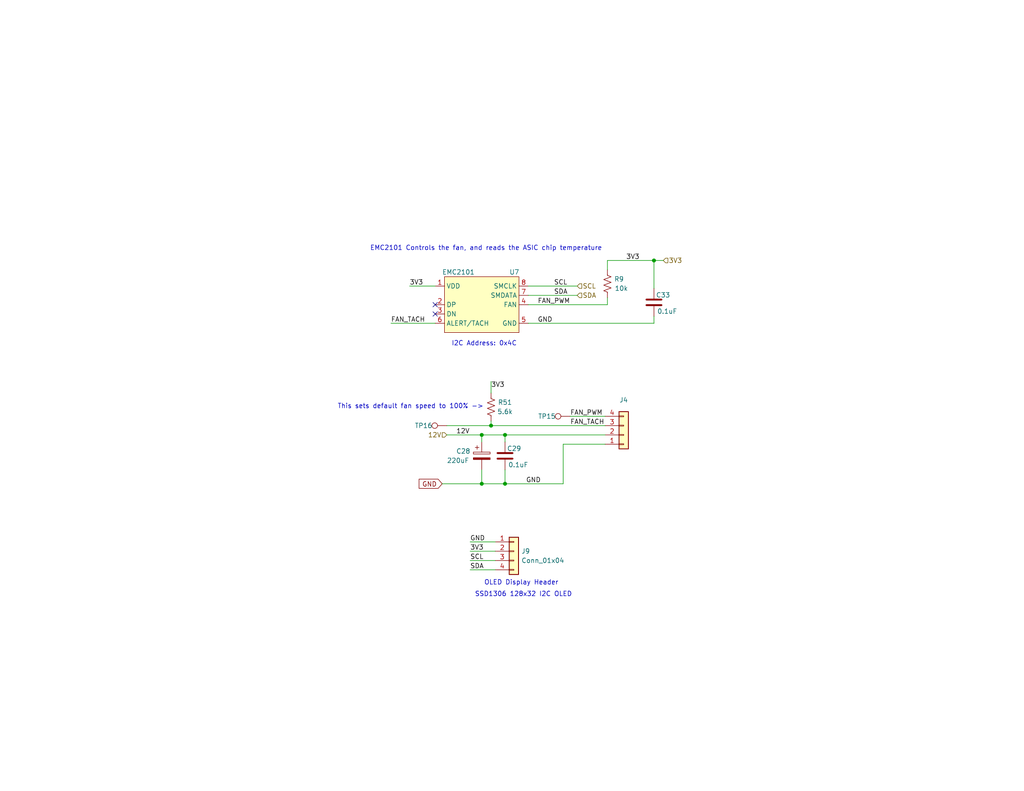
<source format=kicad_sch>
(kicad_sch (version 20230121) (generator eeschema)

  (uuid e3011397-6e70-47ae-93ca-7e99c3d9ef05)

  (paper "A")

  (title_block
    (title "Bitaxe Ultra")
    (date "2023-12-15")
    (rev "205")
  )

  (lib_symbols
    (symbol "Connector:TestPoint" (pin_numbers hide) (pin_names (offset 0.762) hide) (in_bom yes) (on_board yes)
      (property "Reference" "TP" (at 0 6.858 0)
        (effects (font (size 1.27 1.27)))
      )
      (property "Value" "TestPoint" (at 0 5.08 0)
        (effects (font (size 1.27 1.27)))
      )
      (property "Footprint" "" (at 5.08 0 0)
        (effects (font (size 1.27 1.27)) hide)
      )
      (property "Datasheet" "~" (at 5.08 0 0)
        (effects (font (size 1.27 1.27)) hide)
      )
      (property "ki_keywords" "test point tp" (at 0 0 0)
        (effects (font (size 1.27 1.27)) hide)
      )
      (property "ki_description" "test point" (at 0 0 0)
        (effects (font (size 1.27 1.27)) hide)
      )
      (property "ki_fp_filters" "Pin* Test*" (at 0 0 0)
        (effects (font (size 1.27 1.27)) hide)
      )
      (symbol "TestPoint_0_1"
        (circle (center 0 3.302) (radius 0.762)
          (stroke (width 0) (type default))
          (fill (type none))
        )
      )
      (symbol "TestPoint_1_1"
        (pin passive line (at 0 0 90) (length 2.54)
          (name "1" (effects (font (size 1.27 1.27))))
          (number "1" (effects (font (size 1.27 1.27))))
        )
      )
    )
    (symbol "Connector_Generic:Conn_01x04" (pin_names (offset 1.016) hide) (in_bom yes) (on_board yes)
      (property "Reference" "J" (at 0 5.08 0)
        (effects (font (size 1.27 1.27)))
      )
      (property "Value" "Conn_01x04" (at 0 -7.62 0)
        (effects (font (size 1.27 1.27)))
      )
      (property "Footprint" "" (at 0 0 0)
        (effects (font (size 1.27 1.27)) hide)
      )
      (property "Datasheet" "~" (at 0 0 0)
        (effects (font (size 1.27 1.27)) hide)
      )
      (property "ki_keywords" "connector" (at 0 0 0)
        (effects (font (size 1.27 1.27)) hide)
      )
      (property "ki_description" "Generic connector, single row, 01x04, script generated (kicad-library-utils/schlib/autogen/connector/)" (at 0 0 0)
        (effects (font (size 1.27 1.27)) hide)
      )
      (property "ki_fp_filters" "Connector*:*_1x??_*" (at 0 0 0)
        (effects (font (size 1.27 1.27)) hide)
      )
      (symbol "Conn_01x04_1_1"
        (rectangle (start -1.27 -4.953) (end 0 -5.207)
          (stroke (width 0.1524) (type default))
          (fill (type none))
        )
        (rectangle (start -1.27 -2.413) (end 0 -2.667)
          (stroke (width 0.1524) (type default))
          (fill (type none))
        )
        (rectangle (start -1.27 0.127) (end 0 -0.127)
          (stroke (width 0.1524) (type default))
          (fill (type none))
        )
        (rectangle (start -1.27 2.667) (end 0 2.413)
          (stroke (width 0.1524) (type default))
          (fill (type none))
        )
        (rectangle (start -1.27 3.81) (end 1.27 -6.35)
          (stroke (width 0.254) (type default))
          (fill (type background))
        )
        (pin passive line (at -5.08 2.54 0) (length 3.81)
          (name "Pin_1" (effects (font (size 1.27 1.27))))
          (number "1" (effects (font (size 1.27 1.27))))
        )
        (pin passive line (at -5.08 0 0) (length 3.81)
          (name "Pin_2" (effects (font (size 1.27 1.27))))
          (number "2" (effects (font (size 1.27 1.27))))
        )
        (pin passive line (at -5.08 -2.54 0) (length 3.81)
          (name "Pin_3" (effects (font (size 1.27 1.27))))
          (number "3" (effects (font (size 1.27 1.27))))
        )
        (pin passive line (at -5.08 -5.08 0) (length 3.81)
          (name "Pin_4" (effects (font (size 1.27 1.27))))
          (number "4" (effects (font (size 1.27 1.27))))
        )
      )
    )
    (symbol "Device:C" (pin_numbers hide) (pin_names (offset 0.254)) (in_bom yes) (on_board yes)
      (property "Reference" "C" (at 0.635 2.54 0)
        (effects (font (size 1.27 1.27)) (justify left))
      )
      (property "Value" "C" (at 0.635 -2.54 0)
        (effects (font (size 1.27 1.27)) (justify left))
      )
      (property "Footprint" "" (at 0.9652 -3.81 0)
        (effects (font (size 1.27 1.27)) hide)
      )
      (property "Datasheet" "~" (at 0 0 0)
        (effects (font (size 1.27 1.27)) hide)
      )
      (property "ki_keywords" "cap capacitor" (at 0 0 0)
        (effects (font (size 1.27 1.27)) hide)
      )
      (property "ki_description" "Unpolarized capacitor" (at 0 0 0)
        (effects (font (size 1.27 1.27)) hide)
      )
      (property "ki_fp_filters" "C_*" (at 0 0 0)
        (effects (font (size 1.27 1.27)) hide)
      )
      (symbol "C_0_1"
        (polyline
          (pts
            (xy -2.032 -0.762)
            (xy 2.032 -0.762)
          )
          (stroke (width 0.508) (type default))
          (fill (type none))
        )
        (polyline
          (pts
            (xy -2.032 0.762)
            (xy 2.032 0.762)
          )
          (stroke (width 0.508) (type default))
          (fill (type none))
        )
      )
      (symbol "C_1_1"
        (pin passive line (at 0 3.81 270) (length 2.794)
          (name "~" (effects (font (size 1.27 1.27))))
          (number "1" (effects (font (size 1.27 1.27))))
        )
        (pin passive line (at 0 -3.81 90) (length 2.794)
          (name "~" (effects (font (size 1.27 1.27))))
          (number "2" (effects (font (size 1.27 1.27))))
        )
      )
    )
    (symbol "Device:C_Polarized" (pin_numbers hide) (pin_names (offset 0.254)) (in_bom yes) (on_board yes)
      (property "Reference" "C" (at 0.635 2.54 0)
        (effects (font (size 1.27 1.27)) (justify left))
      )
      (property "Value" "C_Polarized" (at 0.635 -2.54 0)
        (effects (font (size 1.27 1.27)) (justify left))
      )
      (property "Footprint" "" (at 0.9652 -3.81 0)
        (effects (font (size 1.27 1.27)) hide)
      )
      (property "Datasheet" "~" (at 0 0 0)
        (effects (font (size 1.27 1.27)) hide)
      )
      (property "ki_keywords" "cap capacitor" (at 0 0 0)
        (effects (font (size 1.27 1.27)) hide)
      )
      (property "ki_description" "Polarized capacitor" (at 0 0 0)
        (effects (font (size 1.27 1.27)) hide)
      )
      (property "ki_fp_filters" "CP_*" (at 0 0 0)
        (effects (font (size 1.27 1.27)) hide)
      )
      (symbol "C_Polarized_0_1"
        (rectangle (start -2.286 0.508) (end 2.286 1.016)
          (stroke (width 0) (type default))
          (fill (type none))
        )
        (polyline
          (pts
            (xy -1.778 2.286)
            (xy -0.762 2.286)
          )
          (stroke (width 0) (type default))
          (fill (type none))
        )
        (polyline
          (pts
            (xy -1.27 2.794)
            (xy -1.27 1.778)
          )
          (stroke (width 0) (type default))
          (fill (type none))
        )
        (rectangle (start 2.286 -0.508) (end -2.286 -1.016)
          (stroke (width 0) (type default))
          (fill (type outline))
        )
      )
      (symbol "C_Polarized_1_1"
        (pin passive line (at 0 3.81 270) (length 2.794)
          (name "~" (effects (font (size 1.27 1.27))))
          (number "1" (effects (font (size 1.27 1.27))))
        )
        (pin passive line (at 0 -3.81 90) (length 2.794)
          (name "~" (effects (font (size 1.27 1.27))))
          (number "2" (effects (font (size 1.27 1.27))))
        )
      )
    )
    (symbol "Device:R_US" (pin_numbers hide) (pin_names (offset 0)) (in_bom yes) (on_board yes)
      (property "Reference" "R" (at 2.54 0 90)
        (effects (font (size 1.27 1.27)))
      )
      (property "Value" "R_US" (at -2.54 0 90)
        (effects (font (size 1.27 1.27)))
      )
      (property "Footprint" "" (at 1.016 -0.254 90)
        (effects (font (size 1.27 1.27)) hide)
      )
      (property "Datasheet" "~" (at 0 0 0)
        (effects (font (size 1.27 1.27)) hide)
      )
      (property "ki_keywords" "R res resistor" (at 0 0 0)
        (effects (font (size 1.27 1.27)) hide)
      )
      (property "ki_description" "Resistor, US symbol" (at 0 0 0)
        (effects (font (size 1.27 1.27)) hide)
      )
      (property "ki_fp_filters" "R_*" (at 0 0 0)
        (effects (font (size 1.27 1.27)) hide)
      )
      (symbol "R_US_0_1"
        (polyline
          (pts
            (xy 0 -2.286)
            (xy 0 -2.54)
          )
          (stroke (width 0) (type default))
          (fill (type none))
        )
        (polyline
          (pts
            (xy 0 2.286)
            (xy 0 2.54)
          )
          (stroke (width 0) (type default))
          (fill (type none))
        )
        (polyline
          (pts
            (xy 0 -0.762)
            (xy 1.016 -1.143)
            (xy 0 -1.524)
            (xy -1.016 -1.905)
            (xy 0 -2.286)
          )
          (stroke (width 0) (type default))
          (fill (type none))
        )
        (polyline
          (pts
            (xy 0 0.762)
            (xy 1.016 0.381)
            (xy 0 0)
            (xy -1.016 -0.381)
            (xy 0 -0.762)
          )
          (stroke (width 0) (type default))
          (fill (type none))
        )
        (polyline
          (pts
            (xy 0 2.286)
            (xy 1.016 1.905)
            (xy 0 1.524)
            (xy -1.016 1.143)
            (xy 0 0.762)
          )
          (stroke (width 0) (type default))
          (fill (type none))
        )
      )
      (symbol "R_US_1_1"
        (pin passive line (at 0 3.81 270) (length 1.27)
          (name "~" (effects (font (size 1.27 1.27))))
          (number "1" (effects (font (size 1.27 1.27))))
        )
        (pin passive line (at 0 -3.81 90) (length 1.27)
          (name "~" (effects (font (size 1.27 1.27))))
          (number "2" (effects (font (size 1.27 1.27))))
        )
      )
    )
    (symbol "bitaxe:EMC2101" (in_bom yes) (on_board yes)
      (property "Reference" "U7" (at 8.89 8.89 0)
        (effects (font (size 1.27 1.27)))
      )
      (property "Value" "EMC2101" (at -6.35 8.89 0)
        (effects (font (size 1.27 1.27)))
      )
      (property "Footprint" "Package_SO:TSSOP-8_3x3mm_P0.65mm" (at 12.7 -8.89 0)
        (effects (font (size 1.27 1.27)) hide)
      )
      (property "Datasheet" "https://ww1.microchip.com/downloads/en/DeviceDoc/2101.pdf" (at 12.7 -8.89 0)
        (effects (font (size 1.27 1.27)) hide)
      )
      (property "DK" "EMC2101-R-ACZL-CT-ND" (at 0 0 0)
        (effects (font (size 1.27 1.27)) hide)
      )
      (property "PARTNO" "EMC2101-R-ACZL-TR" (at 0 0 0)
        (effects (font (size 1.27 1.27)) hide)
      )
      (symbol "EMC2101_0_1"
        (rectangle (start -10.16 7.62) (end 10.16 -7.62)
          (stroke (width 0.1524) (type default))
          (fill (type background))
        )
      )
      (symbol "EMC2101_1_1"
        (pin power_in line (at -12.7 5.08 0) (length 2.54)
          (name "VDD" (effects (font (size 1.27 1.27))))
          (number "1" (effects (font (size 1.27 1.27))))
        )
        (pin input line (at -12.7 0 0) (length 2.54)
          (name "DP" (effects (font (size 1.27 1.27))))
          (number "2" (effects (font (size 1.27 1.27))))
        )
        (pin input line (at -12.7 -2.54 0) (length 2.54)
          (name "DN" (effects (font (size 1.27 1.27))))
          (number "3" (effects (font (size 1.27 1.27))))
        )
        (pin output line (at 12.7 0 180) (length 2.54)
          (name "FAN" (effects (font (size 1.27 1.27))))
          (number "4" (effects (font (size 1.27 1.27))))
        )
        (pin power_in line (at 12.7 -5.08 180) (length 2.54)
          (name "GND" (effects (font (size 1.27 1.27))))
          (number "5" (effects (font (size 1.27 1.27))))
        )
        (pin input line (at -12.7 -5.08 0) (length 2.54)
          (name "ALERT/TACH" (effects (font (size 1.27 1.27))))
          (number "6" (effects (font (size 1.27 1.27))))
        )
        (pin input line (at 12.7 2.54 180) (length 2.54)
          (name "SMDATA" (effects (font (size 1.27 1.27))))
          (number "7" (effects (font (size 1.27 1.27))))
        )
        (pin input line (at 12.7 5.08 180) (length 2.54)
          (name "SMCLK" (effects (font (size 1.27 1.27))))
          (number "8" (effects (font (size 1.27 1.27))))
        )
      )
    )
  )

  (junction (at 178.435 71.12) (diameter 0) (color 0 0 0 0)
    (uuid 36098384-a65d-46b5-bc4f-e2e32971eae4)
  )
  (junction (at 137.795 118.745) (diameter 0) (color 0 0 0 0)
    (uuid 5f300e37-7aa6-42c2-b324-35b08d49c436)
  )
  (junction (at 133.985 116.205) (diameter 0) (color 0 0 0 0)
    (uuid 9e0aa163-60cc-467d-93bf-b8572bc79c84)
  )
  (junction (at 131.445 118.745) (diameter 0) (color 0 0 0 0)
    (uuid b72fbda4-f5ef-4c4b-aa86-ea7412a67a3e)
  )
  (junction (at 131.445 132.08) (diameter 0) (color 0 0 0 0)
    (uuid fce4b24b-a5db-4187-8b6e-6ad4a1b22b94)
  )
  (junction (at 137.795 132.08) (diameter 0) (color 0 0 0 0)
    (uuid fe4c3244-42bf-42ff-9fea-4c032ea319b5)
  )

  (no_connect (at 118.745 83.185) (uuid 53fb1339-f8fb-48e9-806f-beb6cb6c454a))
  (no_connect (at 118.745 85.725) (uuid 6cd48994-61e8-441a-af95-a9a9aa823a27))

  (wire (pts (xy 144.145 78.105) (xy 157.48 78.105))
    (stroke (width 0) (type default))
    (uuid 02305ac9-a2b9-4754-a661-bab892b9c087)
  )
  (wire (pts (xy 131.445 128.27) (xy 131.445 132.08))
    (stroke (width 0) (type default))
    (uuid 042221b1-698e-4c28-911e-3e5b0e4c19d3)
  )
  (wire (pts (xy 121.92 116.205) (xy 133.985 116.205))
    (stroke (width 0) (type default))
    (uuid 0f00c769-8977-4354-96ce-71683787d219)
  )
  (wire (pts (xy 131.445 132.08) (xy 137.795 132.08))
    (stroke (width 0) (type default))
    (uuid 16f3aa16-2940-4e81-ae0a-39e2cc9a14fe)
  )
  (wire (pts (xy 165.735 71.12) (xy 178.435 71.12))
    (stroke (width 0) (type default))
    (uuid 28ce238a-9ef7-4d27-a72f-eabd77e9dc73)
  )
  (wire (pts (xy 180.975 71.12) (xy 178.435 71.12))
    (stroke (width 0) (type default))
    (uuid 3143baee-4d19-47dd-b187-e0754a93c522)
  )
  (wire (pts (xy 106.68 88.265) (xy 118.745 88.265))
    (stroke (width 0) (type default))
    (uuid 3d2bc224-913b-46eb-9884-96956ddaff24)
  )
  (wire (pts (xy 133.985 116.205) (xy 165.1 116.205))
    (stroke (width 0) (type default))
    (uuid 3d767762-78e5-4a51-a409-b2755dbefa8f)
  )
  (wire (pts (xy 144.145 80.645) (xy 157.48 80.645))
    (stroke (width 0) (type default))
    (uuid 42db09df-c353-4633-a6e0-ba0aa8bd35b9)
  )
  (wire (pts (xy 131.445 118.745) (xy 137.795 118.745))
    (stroke (width 0) (type default))
    (uuid 4548bb18-2c1f-4f57-a47f-3bd9378ea61c)
  )
  (wire (pts (xy 128.27 155.575) (xy 135.128 155.575))
    (stroke (width 0) (type default))
    (uuid 58a438b3-4eee-4e6f-af3a-85f1fd992fbe)
  )
  (wire (pts (xy 111.76 78.105) (xy 118.745 78.105))
    (stroke (width 0) (type default))
    (uuid 5d8f4549-4960-4ad8-bba3-8163614e16e4)
  )
  (wire (pts (xy 153.67 121.285) (xy 153.67 132.08))
    (stroke (width 0) (type default))
    (uuid 5dcad6ad-ef4c-4e7a-884a-29a69af444ca)
  )
  (wire (pts (xy 178.435 86.36) (xy 178.435 88.265))
    (stroke (width 0) (type default))
    (uuid 6d2e21ea-65e8-425f-afcd-b6049bfcb2e0)
  )
  (wire (pts (xy 178.435 71.12) (xy 178.435 78.74))
    (stroke (width 0) (type default))
    (uuid 8a847dd2-01e8-421f-84b3-b8dc6a1fe296)
  )
  (wire (pts (xy 165.735 71.12) (xy 165.735 73.66))
    (stroke (width 0) (type default))
    (uuid 92a3ec7d-9b9a-42a9-a1f2-96522766883a)
  )
  (wire (pts (xy 137.795 118.745) (xy 165.1 118.745))
    (stroke (width 0) (type default))
    (uuid 9ad513e1-13b6-41a4-8ba2-23680d1b2d62)
  )
  (wire (pts (xy 137.795 118.745) (xy 137.795 120.65))
    (stroke (width 0) (type default))
    (uuid 9e12a2fa-768b-4ba5-8104-b73a75717b40)
  )
  (wire (pts (xy 128.27 147.955) (xy 135.128 147.955))
    (stroke (width 0) (type default))
    (uuid a051e07d-314d-4d23-a1f5-188783e8ac9e)
  )
  (wire (pts (xy 165.735 83.185) (xy 165.735 81.28))
    (stroke (width 0) (type default))
    (uuid a5620cc8-56ef-4b6f-8bc7-372e4d76fe90)
  )
  (wire (pts (xy 153.67 121.285) (xy 165.1 121.285))
    (stroke (width 0) (type default))
    (uuid a6664df2-2c7f-4383-864f-c825e1df10bd)
  )
  (wire (pts (xy 155.575 113.665) (xy 165.1 113.665))
    (stroke (width 0) (type default))
    (uuid ad6512fd-5cb9-4e99-a1b4-e34cf222f3c4)
  )
  (wire (pts (xy 144.145 88.265) (xy 178.435 88.265))
    (stroke (width 0) (type default))
    (uuid bc80b019-7e27-4cd8-b69f-170fcd14ff84)
  )
  (wire (pts (xy 133.985 114.935) (xy 133.985 116.205))
    (stroke (width 0) (type default))
    (uuid c1fd8110-ee2e-4ae6-b874-020f36ec0426)
  )
  (wire (pts (xy 144.145 83.185) (xy 165.735 83.185))
    (stroke (width 0) (type default))
    (uuid cf8ad2dc-7d86-4614-a5dc-68496df41fa5)
  )
  (wire (pts (xy 121.92 118.745) (xy 131.445 118.745))
    (stroke (width 0) (type default))
    (uuid d0ce31b8-c637-4050-b583-ffea78bd3c5c)
  )
  (wire (pts (xy 120.65 132.08) (xy 131.445 132.08))
    (stroke (width 0) (type default))
    (uuid d463f35c-351b-44a1-8c18-ccab91fc6148)
  )
  (wire (pts (xy 131.445 118.745) (xy 131.445 120.65))
    (stroke (width 0) (type default))
    (uuid dfa730e1-74a8-4287-b404-f71d62615d55)
  )
  (wire (pts (xy 137.795 132.08) (xy 153.67 132.08))
    (stroke (width 0) (type default))
    (uuid e19d420b-1778-47d1-8a86-b6d21e742a02)
  )
  (wire (pts (xy 128.27 150.495) (xy 135.128 150.495))
    (stroke (width 0) (type default))
    (uuid eb02808e-7b93-4e73-a9fe-daaa67efaa51)
  )
  (wire (pts (xy 128.27 153.035) (xy 135.128 153.035))
    (stroke (width 0) (type default))
    (uuid ed679957-571a-4835-9c47-427f56666834)
  )
  (wire (pts (xy 133.985 104.14) (xy 133.985 107.315))
    (stroke (width 0) (type default))
    (uuid f67dcf35-7c2d-42ec-925d-e874ce1de872)
  )
  (wire (pts (xy 137.795 128.27) (xy 137.795 132.08))
    (stroke (width 0) (type default))
    (uuid fa5ccc40-3f15-429c-a73a-02c307af9a27)
  )

  (text "SSD1306 128x32 I2C OLED" (at 129.54 163.068 0)
    (effects (font (size 1.27 1.27)) (justify left bottom))
    (uuid 8cbaf32a-9ba4-43de-905f-0b9ff51d6932)
  )
  (text "EMC2101 Controls the fan, and reads the ASIC chip temperature"
    (at 100.965 68.58 0)
    (effects (font (size 1.27 1.27)) (justify left bottom))
    (uuid 92d1bbcf-ce90-4936-bcfe-3e60d679acd4)
  )
  (text "This sets default fan speed to 100% ->" (at 92.075 111.76 0)
    (effects (font (size 1.27 1.27)) (justify left bottom))
    (uuid 9391c903-b245-477b-9482-f6c66e86b3b1)
  )
  (text "OLED Display Header" (at 132.08 159.893 0)
    (effects (font (size 1.27 1.27)) (justify left bottom))
    (uuid cc90568a-baaf-4acf-8c82-08c4d316b0df)
  )
  (text "I2C Address: 0x4C" (at 123.19 94.615 0)
    (effects (font (size 1.27 1.27)) (justify left bottom))
    (uuid e8713c99-6ab0-4c50-92f6-a466cf91cfaf)
  )

  (label "FAN_PWM" (at 146.685 83.185 0) (fields_autoplaced)
    (effects (font (size 1.27 1.27)) (justify left bottom))
    (uuid 1472b4b3-985a-4e48-bc16-0d0d4a8ede12)
  )
  (label "SCL" (at 128.27 153.035 0) (fields_autoplaced)
    (effects (font (size 1.27 1.27)) (justify left bottom))
    (uuid 1b7c3fa2-6989-4848-b318-926e5b354e01)
  )
  (label "3V3" (at 128.27 150.495 0) (fields_autoplaced)
    (effects (font (size 1.27 1.27)) (justify left bottom))
    (uuid 2953d921-bd76-4e01-af20-2bae27dfabba)
  )
  (label "GND" (at 146.685 88.265 0) (fields_autoplaced)
    (effects (font (size 1.27 1.27)) (justify left bottom))
    (uuid 53b873b0-8838-4321-9fc1-3563d52e65f7)
  )
  (label "SCL" (at 151.13 78.105 0) (fields_autoplaced)
    (effects (font (size 1.27 1.27)) (justify left bottom))
    (uuid 5dbcfe0f-034a-4016-9873-2205d3808900)
  )
  (label "3V3" (at 133.985 106.045 0) (fields_autoplaced)
    (effects (font (size 1.27 1.27)) (justify left bottom))
    (uuid 5fa41b17-79b5-453a-b335-52571b617545)
  )
  (label "FAN_TACH" (at 106.68 88.265 0) (fields_autoplaced)
    (effects (font (size 1.27 1.27)) (justify left bottom))
    (uuid 64f63d0b-350f-4561-8a33-32a03a6c08c6)
  )
  (label "GND" (at 143.51 132.08 0) (fields_autoplaced)
    (effects (font (size 1.27 1.27)) (justify left bottom))
    (uuid 65ec0d2a-9245-4718-a004-ad2f1ed90296)
  )
  (label "FAN_PWM" (at 155.575 113.665 0) (fields_autoplaced)
    (effects (font (size 1.27 1.27)) (justify left bottom))
    (uuid 6eec903f-96f0-4ee8-8e4f-9866a5101010)
  )
  (label "3V3" (at 170.815 71.12 0) (fields_autoplaced)
    (effects (font (size 1.27 1.27)) (justify left bottom))
    (uuid 909580ad-17b5-40b1-b95b-30a486e4aaac)
  )
  (label "3V3" (at 111.76 78.105 0) (fields_autoplaced)
    (effects (font (size 1.27 1.27)) (justify left bottom))
    (uuid 98e9f40e-00bd-4056-a7b4-224d5a9660df)
  )
  (label "12V" (at 124.46 118.745 0) (fields_autoplaced)
    (effects (font (size 1.27 1.27)) (justify left bottom))
    (uuid 9e8549f7-80f9-4673-9e2a-55f919f42ae8)
  )
  (label "SDA" (at 128.27 155.575 0) (fields_autoplaced)
    (effects (font (size 1.27 1.27)) (justify left bottom))
    (uuid a4d74644-633e-4317-a45e-e3bcb2975a77)
  )
  (label "SDA" (at 151.13 80.645 0) (fields_autoplaced)
    (effects (font (size 1.27 1.27)) (justify left bottom))
    (uuid a919bf4d-298c-43bd-bd61-fea10e7d6e58)
  )
  (label "GND" (at 128.27 147.955 0) (fields_autoplaced)
    (effects (font (size 1.27 1.27)) (justify left bottom))
    (uuid b91d2846-2341-47ca-8bf4-9d99344d1dbb)
  )
  (label "FAN_TACH" (at 155.575 116.205 0) (fields_autoplaced)
    (effects (font (size 1.27 1.27)) (justify left bottom))
    (uuid eea3c07d-89b2-49b6-a9fa-0f493ec420c4)
  )

  (global_label "GND" (shape input) (at 120.65 132.08 180) (fields_autoplaced)
    (effects (font (size 1.27 1.27)) (justify right))
    (uuid fd3c70fb-9fcf-4285-b9fc-371b20a2c5ac)
    (property "Intersheetrefs" "${INTERSHEET_REFS}" (at 113.7943 132.08 0)
      (effects (font (size 1.27 1.27)) (justify right) hide)
    )
  )

  (hierarchical_label "12V" (shape input) (at 121.92 118.745 180) (fields_autoplaced)
    (effects (font (size 1.27 1.27)) (justify right))
    (uuid 0a7056df-0471-43a5-af73-8a2ce8f60b8a)
  )
  (hierarchical_label "SCL" (shape input) (at 157.48 78.105 0) (fields_autoplaced)
    (effects (font (size 1.27 1.27)) (justify left))
    (uuid d5e8abee-3767-476f-8e5d-433184682270)
  )
  (hierarchical_label "SDA" (shape input) (at 157.48 80.645 0) (fields_autoplaced)
    (effects (font (size 1.27 1.27)) (justify left))
    (uuid f89e2a71-fb77-4e7b-bbb8-97c46bdcc78c)
  )
  (hierarchical_label "3V3" (shape input) (at 180.975 71.12 0) (fields_autoplaced)
    (effects (font (size 1.27 1.27)) (justify left))
    (uuid fb0d5031-f0a0-46de-8b87-13c454ac2d43)
  )

  (symbol (lib_id "Connector:TestPoint") (at 155.575 113.665 90) (mirror x) (unit 1)
    (in_bom no) (on_board yes) (dnp no)
    (uuid 06eb653b-c15c-416b-be86-59e88d0695a0)
    (property "Reference" "TP15" (at 149.225 113.665 90)
      (effects (font (size 1.27 1.27)))
    )
    (property "Value" "TestPoint" (at 149.86 114.9349 90)
      (effects (font (size 1.27 1.27)) (justify left) hide)
    )
    (property "Footprint" "TestPoint:TestPoint_Pad_D1.5mm" (at 155.575 118.745 0)
      (effects (font (size 1.27 1.27)) hide)
    )
    (property "Datasheet" "~" (at 155.575 118.745 0)
      (effects (font (size 1.27 1.27)) hide)
    )
    (pin "1" (uuid b9cdf6f5-db2c-4466-a095-1509db66167f))
    (instances
      (project "bitaxeUltra"
        (path "/e63e39d7-6ac0-4ffd-8aa3-1841a4541b55/8e8832ea-6bf1-49d2-b3a5-32a207f555d2"
          (reference "TP15") (unit 1)
        )
      )
    )
  )

  (symbol (lib_id "Device:R_US") (at 133.985 111.125 180) (unit 1)
    (in_bom yes) (on_board yes) (dnp no)
    (uuid 0f840166-0c95-48dc-92ea-ad52bb35b8b5)
    (property "Reference" "R51" (at 137.795 109.855 0)
      (effects (font (size 1.27 1.27)))
    )
    (property "Value" "5.6k" (at 137.795 112.395 0)
      (effects (font (size 1.27 1.27)))
    )
    (property "Footprint" "Resistor_SMD:R_0402_1005Metric" (at 132.969 110.871 90)
      (effects (font (size 1.27 1.27)) hide)
    )
    (property "Datasheet" "~" (at 133.985 111.125 0)
      (effects (font (size 1.27 1.27)) hide)
    )
    (property "DK" "13-RC0402FR-135K6LCT-ND" (at 133.985 111.125 0)
      (effects (font (size 1.27 1.27)) hide)
    )
    (property "PARTNO" "RC0402FR-135K6L" (at 133.985 111.125 0)
      (effects (font (size 1.27 1.27)) hide)
    )
    (pin "1" (uuid 040f18aa-d767-4ef9-b8dc-85487a341f50))
    (pin "2" (uuid 29de5c54-6212-4c5e-bdd2-a782df5e7e9a))
    (instances
      (project "fan"
        (path "/e3011397-6e70-47ae-93ca-7e99c3d9ef05"
          (reference "R51") (unit 1)
        )
      )
      (project "bitaxeUltra"
        (path "/e63e39d7-6ac0-4ffd-8aa3-1841a4541b55/8e8832ea-6bf1-49d2-b3a5-32a207f555d2"
          (reference "R2") (unit 1)
        )
      )
    )
  )

  (symbol (lib_id "Device:C") (at 178.435 82.55 0) (mirror y) (unit 1)
    (in_bom yes) (on_board yes) (dnp no)
    (uuid 2d0f3f1e-319b-4949-afff-d4285e71670d)
    (property "Reference" "C33" (at 182.88 81.28 0)
      (effects (font (size 1.27 1.27)) (justify left bottom))
    )
    (property "Value" "0.1uF" (at 184.785 85.725 0)
      (effects (font (size 1.27 1.27)) (justify left bottom))
    )
    (property "Footprint" "Capacitor_SMD:C_0402_1005Metric" (at 178.435 82.55 0)
      (effects (font (size 1.27 1.27)) hide)
    )
    (property "Datasheet" "" (at 178.435 82.55 0)
      (effects (font (size 1.27 1.27)) hide)
    )
    (property "DK" "1292-1639-1-ND" (at 178.435 82.55 0)
      (effects (font (size 1.27 1.27)) hide)
    )
    (property "PARTNO" "0402X104K100CT" (at 178.435 82.55 0)
      (effects (font (size 1.27 1.27)) hide)
    )
    (pin "1" (uuid e1611bb1-77e5-4d0e-bc71-d474ce92fb27))
    (pin "2" (uuid 35f5221b-1ac6-482a-b604-412f5acd65e5))
    (instances
      (project "bitaxeUltra"
        (path "/e63e39d7-6ac0-4ffd-8aa3-1841a4541b55/8e8832ea-6bf1-49d2-b3a5-32a207f555d2"
          (reference "C33") (unit 1)
        )
      )
    )
  )

  (symbol (lib_id "Device:C") (at 137.795 124.46 0) (mirror y) (unit 1)
    (in_bom yes) (on_board yes) (dnp no)
    (uuid 384597ad-1777-489b-81b5-40f7cec241e5)
    (property "Reference" "C29" (at 142.24 123.19 0)
      (effects (font (size 1.27 1.27)) (justify left bottom))
    )
    (property "Value" "0.1uF" (at 144.145 127.635 0)
      (effects (font (size 1.27 1.27)) (justify left bottom))
    )
    (property "Footprint" "Capacitor_SMD:C_0402_1005Metric" (at 137.795 124.46 0)
      (effects (font (size 1.27 1.27)) hide)
    )
    (property "Datasheet" "" (at 137.795 124.46 0)
      (effects (font (size 1.27 1.27)) hide)
    )
    (property "DK" "1292-1639-1-ND" (at 137.795 124.46 0)
      (effects (font (size 1.27 1.27)) hide)
    )
    (property "PARTNO" "0402X104K100CT" (at 137.795 124.46 0)
      (effects (font (size 1.27 1.27)) hide)
    )
    (pin "1" (uuid 19b7c567-950a-4608-9570-0f0ef1cda34d))
    (pin "2" (uuid 981cf881-1b55-4236-9f43-d6028a10610f))
    (instances
      (project "bitaxeUltra"
        (path "/e63e39d7-6ac0-4ffd-8aa3-1841a4541b55/8e8832ea-6bf1-49d2-b3a5-32a207f555d2"
          (reference "C29") (unit 1)
        )
      )
    )
  )

  (symbol (lib_id "Connector_Generic:Conn_01x04") (at 140.208 150.495 0) (unit 1)
    (in_bom yes) (on_board yes) (dnp no)
    (uuid 43d1f92e-7598-41e4-8921-178411b83c65)
    (property "Reference" "J9" (at 142.24 150.4949 0)
      (effects (font (size 1.27 1.27)) (justify left))
    )
    (property "Value" "Conn_01x04" (at 142.24 153.0349 0)
      (effects (font (size 1.27 1.27)) (justify left))
    )
    (property "Footprint" "bitaxe:PinHeader_1x04_P2.54mm_Vertical_shifted" (at 140.208 150.495 0)
      (effects (font (size 1.27 1.27)) hide)
    )
    (property "Datasheet" "~" (at 140.208 150.495 0)
      (effects (font (size 1.27 1.27)) hide)
    )
    (property "DK" "S5596-ND" (at 140.208 150.495 0)
      (effects (font (size 1.27 1.27)) hide)
    )
    (property "PARTNO" "NPTC041KFXC-RC" (at 140.208 150.495 0)
      (effects (font (size 1.27 1.27)) hide)
    )
    (pin "1" (uuid 5c33c268-8924-4f16-8cdd-23e499e8ee37))
    (pin "2" (uuid abd973e8-656e-41de-9a2e-d8d887f39816))
    (pin "3" (uuid 8a2af26c-1d74-4056-983b-fec77a328cac))
    (pin "4" (uuid 7c26befe-21d8-4d6b-8875-13817b9e4e90))
    (instances
      (project "bitaxeUltra"
        (path "/e63e39d7-6ac0-4ffd-8aa3-1841a4541b55/ca857324-2ec8-447e-bd58-90d0c2e6b6d7"
          (reference "J9") (unit 1)
        )
        (path "/e63e39d7-6ac0-4ffd-8aa3-1841a4541b55/8e8832ea-6bf1-49d2-b3a5-32a207f555d2"
          (reference "J2") (unit 1)
        )
      )
    )
  )

  (symbol (lib_id "Connector_Generic:Conn_01x04") (at 170.18 118.745 0) (mirror x) (unit 1)
    (in_bom yes) (on_board yes) (dnp no) (fields_autoplaced)
    (uuid 89552359-e64c-4ef0-97ec-17f2c49cd40f)
    (property "Reference" "J4" (at 170.18 109.22 0)
      (effects (font (size 1.27 1.27)))
    )
    (property "Value" "Conn_01x04" (at 170.18 109.22 0)
      (effects (font (size 1.27 1.27)) hide)
    )
    (property "Footprint" "bitaxe:470531000" (at 170.18 118.745 0)
      (effects (font (size 1.27 1.27)) hide)
    )
    (property "Datasheet" "~" (at 170.18 118.745 0)
      (effects (font (size 1.27 1.27)) hide)
    )
    (property "PARTNO" "0470531000" (at 170.18 118.745 0)
      (effects (font (size 1.27 1.27)) hide)
    )
    (property "DK" "WM4330-ND" (at 170.18 118.745 0)
      (effects (font (size 1.27 1.27)) hide)
    )
    (pin "1" (uuid 82811de8-78ab-47d8-b95e-134a23529a1f))
    (pin "2" (uuid f43acc6c-921f-414f-8ee0-4967d2531cae))
    (pin "3" (uuid dc277c1e-9d04-46c8-b49f-88d8be8970e0))
    (pin "4" (uuid 60b34f21-437e-4be7-9172-47fab6f2d33e))
    (instances
      (project "bitaxeUltra"
        (path "/e63e39d7-6ac0-4ffd-8aa3-1841a4541b55/8e8832ea-6bf1-49d2-b3a5-32a207f555d2"
          (reference "J4") (unit 1)
        )
      )
    )
  )

  (symbol (lib_id "Connector:TestPoint") (at 121.92 116.205 90) (mirror x) (unit 1)
    (in_bom no) (on_board yes) (dnp no)
    (uuid dbe78ea1-de61-4cfe-8d9a-6a7db6a2845a)
    (property "Reference" "TP16" (at 115.57 116.205 90)
      (effects (font (size 1.27 1.27)))
    )
    (property "Value" "TestPoint" (at 116.205 117.4749 90)
      (effects (font (size 1.27 1.27)) (justify left) hide)
    )
    (property "Footprint" "TestPoint:TestPoint_Pad_D1.5mm" (at 121.92 121.285 0)
      (effects (font (size 1.27 1.27)) hide)
    )
    (property "Datasheet" "~" (at 121.92 121.285 0)
      (effects (font (size 1.27 1.27)) hide)
    )
    (pin "1" (uuid 8220d9cc-4dbd-4ca0-b3b9-8e7032d8c315))
    (instances
      (project "bitaxeUltra"
        (path "/e63e39d7-6ac0-4ffd-8aa3-1841a4541b55/8e8832ea-6bf1-49d2-b3a5-32a207f555d2"
          (reference "TP16") (unit 1)
        )
      )
    )
  )

  (symbol (lib_id "Device:C_Polarized") (at 131.445 124.46 0) (unit 1)
    (in_bom yes) (on_board yes) (dnp no)
    (uuid ea238a8f-7ed9-44a5-81a6-863ba1ce82e4)
    (property "Reference" "C28" (at 124.46 123.19 0)
      (effects (font (size 1.27 1.27)) (justify left))
    )
    (property "Value" "220uF" (at 121.92 125.73 0)
      (effects (font (size 1.27 1.27)) (justify left))
    )
    (property "Footprint" "Capacitor_SMD:CP_Elec_6.3x7.7" (at 132.4102 128.27 0)
      (effects (font (size 1.27 1.27)) hide)
    )
    (property "Datasheet" "~" (at 131.445 124.46 0)
      (effects (font (size 1.27 1.27)) hide)
    )
    (property "DK" "732-8422-1-ND" (at 131.445 124.46 0)
      (effects (font (size 1.27 1.27)) hide)
    )
    (property "PARTNO" "865080345012" (at 131.445 124.46 0)
      (effects (font (size 1.27 1.27)) hide)
    )
    (pin "1" (uuid fd4dc29f-639f-4bb4-aa7b-116dd0f1f23f))
    (pin "2" (uuid 188c7b98-423a-402b-95d1-52b06de18da2))
    (instances
      (project "bitaxeUltra"
        (path "/e63e39d7-6ac0-4ffd-8aa3-1841a4541b55/8e8832ea-6bf1-49d2-b3a5-32a207f555d2"
          (reference "C28") (unit 1)
        )
      )
    )
  )

  (symbol (lib_id "Device:R_US") (at 165.735 77.47 180) (unit 1)
    (in_bom yes) (on_board yes) (dnp no)
    (uuid f2e7af10-6fc6-4a2c-97e4-ae7d4261ed60)
    (property "Reference" "R9" (at 168.91 76.2 0)
      (effects (font (size 1.27 1.27)))
    )
    (property "Value" "10k" (at 169.545 78.74 0)
      (effects (font (size 1.27 1.27)))
    )
    (property "Footprint" "Resistor_SMD:R_0402_1005Metric" (at 164.719 77.216 90)
      (effects (font (size 1.27 1.27)) hide)
    )
    (property "Datasheet" "~" (at 165.735 77.47 0)
      (effects (font (size 1.27 1.27)) hide)
    )
    (property "DK" "311-10KJRCT-ND" (at 165.735 77.47 0)
      (effects (font (size 1.27 1.27)) hide)
    )
    (property "PARTNO" "RC0402JR-0710KL" (at 165.735 77.47 0)
      (effects (font (size 1.27 1.27)) hide)
    )
    (pin "1" (uuid 254c89af-070d-4eb3-855d-5f59cc9260f2))
    (pin "2" (uuid e3a95dd9-3ce3-49ba-b367-af8493c19616))
    (instances
      (project "bitaxeUltra"
        (path "/e63e39d7-6ac0-4ffd-8aa3-1841a4541b55/8e8832ea-6bf1-49d2-b3a5-32a207f555d2"
          (reference "R9") (unit 1)
        )
      )
    )
  )

  (symbol (lib_id "bitaxe:EMC2101") (at 131.445 83.185 0) (unit 1)
    (in_bom yes) (on_board yes) (dnp no)
    (uuid fb04dc24-7397-4d6c-a497-8e47f07f421a)
    (property "Reference" "U7" (at 140.335 74.295 0)
      (effects (font (size 1.27 1.27)))
    )
    (property "Value" "EMC2101" (at 125.095 74.295 0)
      (effects (font (size 1.27 1.27)))
    )
    (property "Footprint" "Package_SO:TSSOP-8_3x3mm_P0.65mm" (at 144.145 92.075 0)
      (effects (font (size 1.27 1.27)) hide)
    )
    (property "Datasheet" "https://ww1.microchip.com/downloads/en/DeviceDoc/2101.pdf" (at 144.145 92.075 0)
      (effects (font (size 1.27 1.27)) hide)
    )
    (property "DK" "EMC2101-R-ACZL-CT-ND" (at 131.445 83.185 0)
      (effects (font (size 1.27 1.27)) hide)
    )
    (property "PARTNO" "EMC2101-R-ACZL-TR" (at 131.445 83.185 0)
      (effects (font (size 1.27 1.27)) hide)
    )
    (pin "1" (uuid 19ba57dd-4a52-4256-a5af-84ef3dbb080b))
    (pin "2" (uuid 322c71cf-6ae2-46f1-a5ec-c067d6259a6e))
    (pin "3" (uuid 3d2a113f-cc7e-4023-a586-d167da5715c8))
    (pin "4" (uuid cd34bd9f-f880-4b6c-82e9-c194ec2c7e5c))
    (pin "5" (uuid ace0cab6-32ba-46e6-b7e6-1f2c4b5b1000))
    (pin "6" (uuid 6d984bd2-1667-4f4a-b33b-99128ffcb18c))
    (pin "7" (uuid e1bb788b-9f33-4c06-9c5d-d26107eb7be6))
    (pin "8" (uuid dd998fe8-e98a-4316-9c45-270c06880f47))
    (instances
      (project "bitaxeUltra"
        (path "/e63e39d7-6ac0-4ffd-8aa3-1841a4541b55/8e8832ea-6bf1-49d2-b3a5-32a207f555d2"
          (reference "U7") (unit 1)
        )
      )
    )
  )
)

</source>
